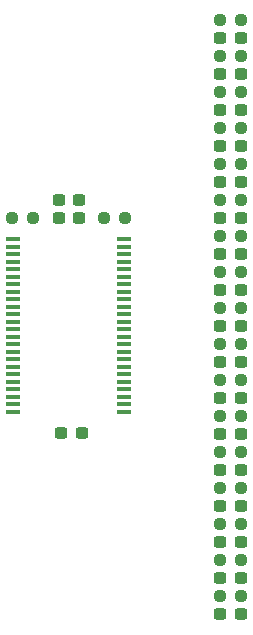
<source format=gbr>
%TF.GenerationSoftware,KiCad,Pcbnew,6.0.10-86aedd382b~118~ubuntu20.04.1*%
%TF.CreationDate,2023-01-18T21:44:42-08:00*%
%TF.ProjectId,parallel2usb,70617261-6c6c-4656-9c32-7573622e6b69,rev?*%
%TF.SameCoordinates,Original*%
%TF.FileFunction,Paste,Top*%
%TF.FilePolarity,Positive*%
%FSLAX46Y46*%
G04 Gerber Fmt 4.6, Leading zero omitted, Abs format (unit mm)*
G04 Created by KiCad (PCBNEW 6.0.10-86aedd382b~118~ubuntu20.04.1) date 2023-01-18 21:44:42*
%MOMM*%
%LPD*%
G01*
G04 APERTURE LIST*
G04 Aperture macros list*
%AMRoundRect*
0 Rectangle with rounded corners*
0 $1 Rounding radius*
0 $2 $3 $4 $5 $6 $7 $8 $9 X,Y pos of 4 corners*
0 Add a 4 corners polygon primitive as box body*
4,1,4,$2,$3,$4,$5,$6,$7,$8,$9,$2,$3,0*
0 Add four circle primitives for the rounded corners*
1,1,$1+$1,$2,$3*
1,1,$1+$1,$4,$5*
1,1,$1+$1,$6,$7*
1,1,$1+$1,$8,$9*
0 Add four rect primitives between the rounded corners*
20,1,$1+$1,$2,$3,$4,$5,0*
20,1,$1+$1,$4,$5,$6,$7,0*
20,1,$1+$1,$6,$7,$8,$9,0*
20,1,$1+$1,$8,$9,$2,$3,0*%
G04 Aperture macros list end*
%ADD10RoundRect,0.237500X0.300000X0.237500X-0.300000X0.237500X-0.300000X-0.237500X0.300000X-0.237500X0*%
%ADD11RoundRect,0.237500X-0.300000X-0.237500X0.300000X-0.237500X0.300000X0.237500X-0.300000X0.237500X0*%
%ADD12RoundRect,0.237500X0.250000X0.237500X-0.250000X0.237500X-0.250000X-0.237500X0.250000X-0.237500X0*%
%ADD13R,1.200000X0.400000*%
%ADD14RoundRect,0.237500X-0.250000X-0.237500X0.250000X-0.237500X0.250000X0.237500X-0.250000X0.237500X0*%
G04 APERTURE END LIST*
D10*
%TO.C,C3*%
X191717000Y-77597000D03*
X189992000Y-77597000D03*
%TD*%
D11*
%TO.C,C19*%
X176327000Y-91287600D03*
X178052000Y-91287600D03*
%TD*%
D10*
%TO.C,C16*%
X191717000Y-114173000D03*
X189992000Y-114173000D03*
%TD*%
%TO.C,C17*%
X191717000Y-120269000D03*
X189992000Y-120269000D03*
%TD*%
D12*
%TO.C,R9*%
X191770000Y-76073000D03*
X189945000Y-76073000D03*
%TD*%
D10*
%TO.C,C15*%
X191717000Y-117221000D03*
X189992000Y-117221000D03*
%TD*%
%TO.C,C12*%
X191717000Y-86741000D03*
X189992000Y-86741000D03*
%TD*%
D12*
%TO.C,R3*%
X191770000Y-94361000D03*
X189945000Y-94361000D03*
%TD*%
%TO.C,R12*%
X191770000Y-85217000D03*
X189945000Y-85217000D03*
%TD*%
D10*
%TO.C,C5*%
X191717000Y-95885000D03*
X189992000Y-95885000D03*
%TD*%
%TO.C,C11*%
X191717000Y-101981000D03*
X189992000Y-101981000D03*
%TD*%
D12*
%TO.C,R11*%
X191770000Y-82169000D03*
X189945000Y-82169000D03*
%TD*%
D13*
%TO.C,U1*%
X172464000Y-94615000D03*
X172464000Y-95250000D03*
X172464000Y-95885000D03*
X172464000Y-96520000D03*
X172464000Y-97155000D03*
X172464000Y-97790000D03*
X172464000Y-98425000D03*
X172464000Y-99060000D03*
X172464000Y-99695000D03*
X172464000Y-100330000D03*
X172464000Y-100965000D03*
X172464000Y-101600000D03*
X172464000Y-102235000D03*
X172464000Y-102870000D03*
X172464000Y-103505000D03*
X172464000Y-104140000D03*
X172464000Y-104775000D03*
X172464000Y-105410000D03*
X172464000Y-106045000D03*
X172464000Y-106680000D03*
X172464000Y-107315000D03*
X172464000Y-107950000D03*
X172464000Y-108585000D03*
X172464000Y-109220000D03*
X181864000Y-109220000D03*
X181864000Y-108585000D03*
X181864000Y-107950000D03*
X181864000Y-107315000D03*
X181864000Y-106680000D03*
X181864000Y-106045000D03*
X181864000Y-105410000D03*
X181864000Y-104775000D03*
X181864000Y-104140000D03*
X181864000Y-103505000D03*
X181864000Y-102870000D03*
X181864000Y-102235000D03*
X181864000Y-101600000D03*
X181864000Y-100965000D03*
X181864000Y-100330000D03*
X181864000Y-99695000D03*
X181864000Y-99060000D03*
X181864000Y-98425000D03*
X181864000Y-97790000D03*
X181864000Y-97155000D03*
X181864000Y-96520000D03*
X181864000Y-95885000D03*
X181864000Y-95250000D03*
X181864000Y-94615000D03*
%TD*%
D12*
%TO.C,R16*%
X191770000Y-121793000D03*
X189945000Y-121793000D03*
%TD*%
D10*
%TO.C,C2*%
X191717000Y-92837000D03*
X189992000Y-92837000D03*
%TD*%
%TO.C,C4*%
X191717000Y-105029000D03*
X189992000Y-105029000D03*
%TD*%
%TO.C,C13*%
X191717000Y-126365000D03*
X189992000Y-126365000D03*
%TD*%
%TO.C,C9*%
X191717000Y-83693000D03*
X189992000Y-83693000D03*
%TD*%
D12*
%TO.C,R8*%
X191770000Y-118745000D03*
X189945000Y-118745000D03*
%TD*%
%TO.C,R6*%
X191770000Y-106553000D03*
X189945000Y-106553000D03*
%TD*%
%TO.C,R2*%
X191770000Y-91313000D03*
X189945000Y-91313000D03*
%TD*%
%TO.C,R15*%
X191770000Y-109601000D03*
X189945000Y-109601000D03*
%TD*%
D10*
%TO.C,C10*%
X191717000Y-123317000D03*
X189992000Y-123317000D03*
%TD*%
%TO.C,C8*%
X191717000Y-98933000D03*
X189992000Y-98933000D03*
%TD*%
%TO.C,C20*%
X178281500Y-110998000D03*
X176556500Y-110998000D03*
%TD*%
D12*
%TO.C,R14*%
X191770000Y-103505000D03*
X189945000Y-103505000D03*
%TD*%
%TO.C,R18*%
X174187400Y-92837000D03*
X172362400Y-92837000D03*
%TD*%
%TO.C,R13*%
X191770000Y-115697000D03*
X189945000Y-115697000D03*
%TD*%
%TO.C,R10*%
X191770000Y-79121000D03*
X189945000Y-79121000D03*
%TD*%
D10*
%TO.C,C6*%
X191717000Y-80645000D03*
X189992000Y-80645000D03*
%TD*%
%TO.C,C14*%
X191717000Y-108077000D03*
X189992000Y-108077000D03*
%TD*%
%TO.C,C1*%
X191717000Y-89789000D03*
X189992000Y-89789000D03*
%TD*%
D14*
%TO.C,R19*%
X180138600Y-92837000D03*
X181963600Y-92837000D03*
%TD*%
D12*
%TO.C,R17*%
X191770000Y-124841000D03*
X189945000Y-124841000D03*
%TD*%
%TO.C,R7*%
X191770000Y-112649000D03*
X189945000Y-112649000D03*
%TD*%
D11*
%TO.C,C18*%
X176327000Y-92837000D03*
X178052000Y-92837000D03*
%TD*%
D10*
%TO.C,C7*%
X191717000Y-111125000D03*
X189992000Y-111125000D03*
%TD*%
D12*
%TO.C,R1*%
X191770000Y-88265000D03*
X189945000Y-88265000D03*
%TD*%
%TO.C,R4*%
X191770000Y-97409000D03*
X189945000Y-97409000D03*
%TD*%
%TO.C,R5*%
X191770000Y-100457000D03*
X189945000Y-100457000D03*
%TD*%
M02*

</source>
